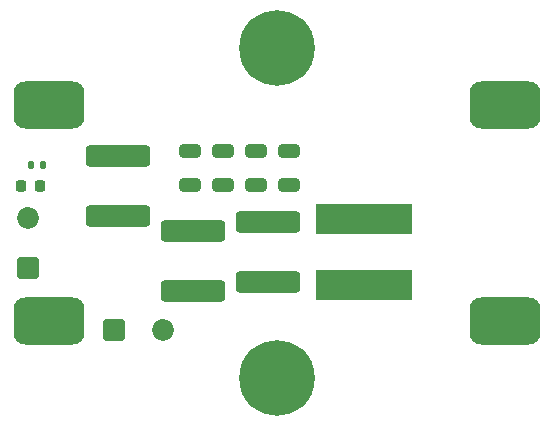
<source format=gbr>
%TF.GenerationSoftware,KiCad,Pcbnew,(7.0.0-0)*%
%TF.CreationDate,2023-08-11T18:05:37-07:00*%
%TF.ProjectId,Headlights_Driver,48656164-6c69-4676-9874-735f44726976,rev?*%
%TF.SameCoordinates,Original*%
%TF.FileFunction,Soldermask,Bot*%
%TF.FilePolarity,Negative*%
%FSLAX46Y46*%
G04 Gerber Fmt 4.6, Leading zero omitted, Abs format (unit mm)*
G04 Created by KiCad (PCBNEW (7.0.0-0)) date 2023-08-11 18:05:37*
%MOMM*%
%LPD*%
G01*
G04 APERTURE LIST*
G04 Aperture macros list*
%AMRoundRect*
0 Rectangle with rounded corners*
0 $1 Rounding radius*
0 $2 $3 $4 $5 $6 $7 $8 $9 X,Y pos of 4 corners*
0 Add a 4 corners polygon primitive as box body*
4,1,4,$2,$3,$4,$5,$6,$7,$8,$9,$2,$3,0*
0 Add four circle primitives for the rounded corners*
1,1,$1+$1,$2,$3*
1,1,$1+$1,$4,$5*
1,1,$1+$1,$6,$7*
1,1,$1+$1,$8,$9*
0 Add four rect primitives between the rounded corners*
20,1,$1+$1,$2,$3,$4,$5,0*
20,1,$1+$1,$4,$5,$6,$7,0*
20,1,$1+$1,$6,$7,$8,$9,0*
20,1,$1+$1,$8,$9,$2,$3,0*%
G04 Aperture macros list end*
%ADD10C,0.800000*%
%ADD11C,6.400000*%
%ADD12RoundRect,0.250000X-0.675000X-0.675000X0.675000X-0.675000X0.675000X0.675000X-0.675000X0.675000X0*%
%ADD13C,1.850000*%
%ADD14RoundRect,1.000000X2.000000X-1.000000X2.000000X1.000000X-2.000000X1.000000X-2.000000X-1.000000X0*%
%ADD15RoundRect,0.135000X0.135000X0.185000X-0.135000X0.185000X-0.135000X-0.185000X0.135000X-0.185000X0*%
%ADD16RoundRect,0.250000X2.450000X-0.650000X2.450000X0.650000X-2.450000X0.650000X-2.450000X-0.650000X0*%
%ADD17RoundRect,0.250000X-2.450000X0.650000X-2.450000X-0.650000X2.450000X-0.650000X2.450000X0.650000X0*%
%ADD18RoundRect,0.250000X-0.650000X0.325000X-0.650000X-0.325000X0.650000X-0.325000X0.650000X0.325000X0*%
%ADD19RoundRect,0.250000X0.675000X-0.675000X0.675000X0.675000X-0.675000X0.675000X-0.675000X-0.675000X0*%
%ADD20RoundRect,0.218750X0.218750X0.256250X-0.218750X0.256250X-0.218750X-0.256250X0.218750X-0.256250X0*%
%ADD21R,8.200000X2.600000*%
G04 APERTURE END LIST*
D10*
%TO.C,H2*%
X143650000Y-91440000D03*
X144352944Y-89742944D03*
X144352944Y-93137056D03*
X146050000Y-89040000D03*
D11*
X146050000Y-91440000D03*
D10*
X146050000Y-93840000D03*
X147747056Y-89742944D03*
X147747056Y-93137056D03*
X148450000Y-91440000D03*
%TD*%
%TO.C,H1*%
X143650000Y-63500000D03*
X144352944Y-61802944D03*
X144352944Y-65197056D03*
X146050000Y-61100000D03*
D11*
X146050000Y-63500000D03*
D10*
X146050000Y-65900000D03*
X147747056Y-61802944D03*
X147747056Y-65197056D03*
X148450000Y-63500000D03*
%TD*%
D12*
%TO.C,J7*%
X132266000Y-87376000D03*
D13*
X136466000Y-87376000D03*
%TD*%
D14*
%TO.C,J9*%
X165354000Y-68326000D03*
%TD*%
%TO.C,J8*%
X165354000Y-86614000D03*
%TD*%
D15*
%TO.C,R14*%
X126240000Y-73406000D03*
X125220000Y-73406000D03*
%TD*%
D16*
%TO.C,C22*%
X145288000Y-83322000D03*
X145288000Y-78222000D03*
%TD*%
D14*
%TO.C,J1*%
X126746000Y-68326000D03*
%TD*%
D17*
%TO.C,C19*%
X132588000Y-72634000D03*
X132588000Y-77734000D03*
%TD*%
D18*
%TO.C,C23*%
X141478000Y-72185000D03*
X141478000Y-75135000D03*
%TD*%
D19*
%TO.C,J4*%
X124968000Y-82110000D03*
D13*
X124968000Y-77910000D03*
%TD*%
D18*
%TO.C,C21*%
X144272000Y-72185000D03*
X144272000Y-75135000D03*
%TD*%
D20*
%TO.C,D3*%
X126009500Y-75184000D03*
X124434500Y-75184000D03*
%TD*%
D18*
%TO.C,C20*%
X147066000Y-72185000D03*
X147066000Y-75135000D03*
%TD*%
%TO.C,C25*%
X138684000Y-72185000D03*
X138684000Y-75135000D03*
%TD*%
D16*
%TO.C,C24*%
X138938000Y-84074000D03*
X138938000Y-78974000D03*
%TD*%
D21*
%TO.C,L1*%
X153415999Y-77971999D03*
X153415999Y-83571999D03*
%TD*%
D14*
%TO.C,J2*%
X126746000Y-86614000D03*
%TD*%
M02*

</source>
